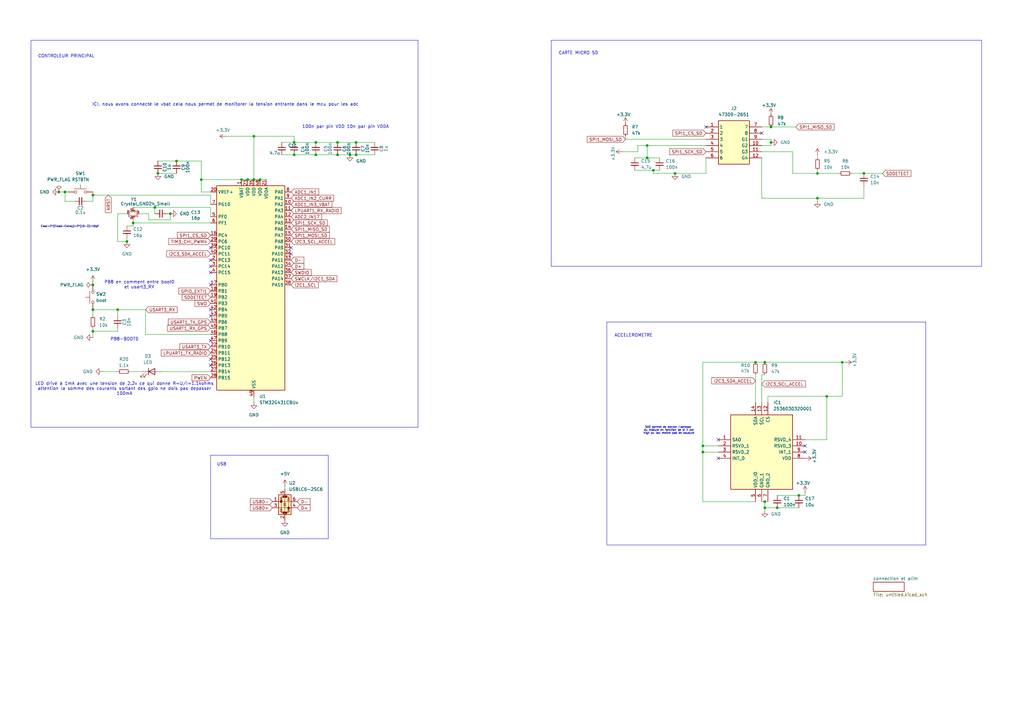
<source format=kicad_sch>
(kicad_sch (version 20231120) (generator "eeschema") (generator_version "8.0")
  (paper "A3")
  (lib_symbols
    (symbol "Device:C_Small" (pin_numbers hide) (pin_names (offset 0.254) hide)
      (property "Reference" "C" (at 0.254 1.778 0))
      (property "Value" "C_Small" (at 0.254 -2.032 0))
      (symbol "C_Small_0_1"
        (polyline (pts (xy -1.524 -0.508) (xy 1.524 -0.508)) (stroke (width 0.3302)))
        (polyline (pts (xy -1.524 0.508) (xy 1.524 0.508)) (stroke (width 0.3048)))
      )
      (symbol "C_Small_1_1"
        (pin passive line (at 0 2.54 270) (length 2.032) (name "~") (number "1"))
        (pin passive line (at 0 -2.54 90) (length 2.032) (name "~") (number "2"))
      )
    )
    (symbol "Device:Crystal_GND24_Small" (pin_names (offset 1.016) hide)
      (property "Reference" "Y" (at 1.27 4.445 0))
      (property "Value" "Crystal_GND24_Small" (at 1.27 2.54 0))
      (symbol "Crystal_GND24_Small_0_1"
        (rectangle (start -0.762 -1.524) (end 0.762 1.524))
        (polyline (pts (xy -1.27 -0.762) (xy -1.27 0.762)) (stroke (width 0.381)))
        (polyline (pts (xy 1.27 -0.762) (xy 1.27 0.762)) (stroke (width 0.381)))
        (polyline (pts (xy -1.27 -1.27) (xy -1.27 -1.905) (xy 1.27 -1.905) (xy 1.27 -1.27)))
        (polyline (pts (xy -1.27 1.27) (xy -1.27 1.905) (xy 1.27 1.905) (xy 1.27 1.27)))
      )
      (symbol "Crystal_GND24_Small_1_1"
        (pin passive line (at -2.54 0 0) (length 1.27) (name "1") (number "1"))
        (pin passive line (at 0 -2.54 90) (length 0.635) (name "2") (number "2"))
        (pin passive line (at 2.54 0 180) (length 1.27) (name "3") (number "3"))
        (pin passive line (at 0 2.54 270) (length 0.635) (name "4") (number "4"))
      )
    )
    (symbol "Device:LED" (pin_numbers hide) (pin_names (offset 1.016) hide)
      (property "Reference" "D" (at 0 2.54 0))
      (property "Value" "LED" (at 0 -2.54 0))
      (symbol "LED_0_1"
        (polyline (pts (xy -1.27 -1.27) (xy -1.27 1.27)) (stroke (width 0.254)))
        (polyline (pts (xy -1.27 0) (xy 1.27 0)))
        (polyline (pts (xy 1.27 -1.27) (xy 1.27 1.27) (xy -1.27 0) (xy 1.27 -1.27)) (stroke (width 0.254)))
        (polyline (pts (xy -3.048 -0.762) (xy -4.572 -2.286) (xy -3.81 -2.286) (xy -4.572 -2.286) (xy -4.572 -1.524)))
        (polyline (pts (xy -1.778 -0.762) (xy -3.302 -2.286) (xy -2.54 -2.286) (xy -3.302 -2.286) (xy -3.302 -1.524)))
      )
      (symbol "LED_1_1"
        (pin passive line (at -3.81 0 0) (length 2.54) (name "K") (number "1"))
        (pin passive line (at 3.81 0 180) (length 2.54) (name "A") (number "2"))
      )
    )
    (symbol "Device:R_Small" (pin_numbers hide) (pin_names (offset 0.254) hide)
      (property "Reference" "R" (at 0.762 0.508 0))
      (property "Value" "R_Small" (at 0.762 -1.016 0))
      (symbol "R_Small_0_1"
        (rectangle (start -0.762 1.778) (end 0.762 -1.778) (stroke (width 0.2032)))
      )
      (symbol "R_Small_1_1"
        (pin passive line (at 0 2.54 270) (length 0.762) (name "~") (number "1"))
        (pin passive line (at 0 -2.54 90) (length 0.762) (name "~") (number "2"))
      )
    )
    (symbol "MCU_ST_STM32G4:STM32G431CBUx"
      (property "Reference" "U" (at -12.7 44.45 0))
      (property "Value" "STM32G431CBUx" (at 10.16 44.45 0))
      (symbol "STM32G431CBUx_0_1"
        (rectangle (start -12.7 -40.64) (end 15.24 43.18) (stroke (width 0.254)) (fill (type background)))
      )
      (symbol "STM32G431CBUx_1_1"
        (pin power_in line (at -2.54 45.72 270) (length 2.54) (name "VBAT") (number "1"))
        (pin bidirectional line (at 17.78 35.56 180) (length 2.54) (name "PA2") (number "10"))
        (pin bidirectional line (at 17.78 33.02 180) (length 2.54) (name "PA3") (number "11"))
        (pin bidirectional line (at 17.78 30.48 180) (length 2.54) (name "PA4") (number "12"))
        (pin bidirectional line (at 17.78 27.94 180) (length 2.54) (name "PA5") (number "13"))
        (pin bidirectional line (at 17.78 25.4 180) (length 2.54) (name "PA6") (number "14"))
        (pin bidirectional line (at 17.78 22.86 180) (length 2.54) (name "PA7") (number "15"))
        (pin bidirectional line (at -15.24 22.86 0) (length 2.54) (name "PC4") (number "16"))
        (pin bidirectional line (at -15.24 2.54 0) (length 2.54) (name "PB0") (number "17"))
        (pin bidirectional line (at -15.24 0 0) (length 2.54) (name "PB1") (number "18"))
        (pin bidirectional line (at -15.24 -2.54 0) (length 2.54) (name "PB2") (number "19"))
        (pin bidirectional line (at -15.24 12.7 0) (length 2.54) (name "PC13") (number "2"))
        (pin input line (at -15.24 40.64 0) (length 2.54) (name "VREF+") (number "20"))
        (pin power_in line (at 7.62 45.72 270) (length 2.54) (name "VDDA") (number "21"))
        (pin bidirectional line (at -15.24 -22.86 0) (length 2.54) (name "PB10") (number "22"))
        (pin power_in line (at 0 45.72 270) (length 2.54) (name "VDD") (number "23"))
        (pin bidirectional line (at -15.24 -25.4 0) (length 2.54) (name "PB11") (number "24"))
        (pin bidirectional line (at -15.24 -27.94 0) (length 2.54) (name "PB12") (number "25"))
        (pin bidirectional line (at -15.24 -30.48 0) (length 2.54) (name "PB13") (number "26"))
        (pin bidirectional line (at -15.24 -33.02 0) (length 2.54) (name "PB14") (number "27"))
        (pin bidirectional line (at -15.24 -35.56 0) (length 2.54) (name "PB15") (number "28"))
        (pin bidirectional line (at -15.24 20.32 0) (length 2.54) (name "PC6") (number "29"))
        (pin bidirectional line (at -15.24 10.16 0) (length 2.54) (name "PC14") (number "3"))
        (pin bidirectional line (at 17.78 20.32 180) (length 2.54) (name "PA8") (number "30"))
        (pin bidirectional line (at 17.78 17.78 180) (length 2.54) (name "PA9") (number "31"))
        (pin bidirectional line (at 17.78 15.24 180) (length 2.54) (name "PA10") (number "32"))
        (pin bidirectional line (at 17.78 12.7 180) (length 2.54) (name "PA11") (number "33"))
        (pin bidirectional line (at 17.78 10.16 180) (length 2.54) (name "PA12") (number "34"))
        (pin power_in line (at 2.54 45.72 270) (length 2.54) (name "VDD") (number "35"))
        (pin bidirectional line (at 17.78 7.62 180) (length 2.54) (name "PA13") (number "36"))
        (pin bidirectional line (at 17.78 5.08 180) (length 2.54) (name "PA14") (number "37"))
        (pin bidirectional line (at 17.78 2.54 180) (length 2.54) (name "PA15") (number "38"))
        (pin bidirectional line (at -15.24 17.78 0) (length 2.54) (name "PC10") (number "39"))
        (pin bidirectional line (at -15.24 7.62 0) (length 2.54) (name "PC15") (number "4"))
        (pin bidirectional line (at -15.24 15.24 0) (length 2.54) (name "PC11") (number "40"))
        (pin bidirectional line (at -15.24 -5.08 0) (length 2.54) (name "PB3") (number "41"))
        (pin bidirectional line (at -15.24 -7.62 0) (length 2.54) (name "PB4") (number "42"))
        (pin bidirectional line (at -15.24 -10.16 0) (length 2.54) (name "PB5") (number "43"))
        (pin bidirectional line (at -15.24 -12.7 0) (length 2.54) (name "PB6") (number "44"))
        (pin bidirectional line (at -15.24 -15.24 0) (length 2.54) (name "PB7") (number "45"))
        (pin bidirectional line (at -15.24 -17.78 0) (length 2.54) (name "PB8") (number "46"))
        (pin bidirectional line (at -15.24 -20.32 0) (length 2.54) (name "PB9") (number "47"))
        (pin power_in line (at 5.08 45.72 270) (length 2.54) (name "VDD") (number "48"))
        (pin power_in line (at 2.54 -43.18 90) (length 2.54) (name "VSS") (number "49"))
        (pin bidirectional line (at -15.24 30.48 0) (length 2.54) (name "PF0") (number "5"))
        (pin bidirectional line (at -15.24 27.94 0) (length 2.54) (name "PF1") (number "6"))
        (pin bidirectional line (at -15.24 35.56 0) (length 2.54) (name "PG10") (number "7"))
        (pin bidirectional line (at 17.78 40.64 180) (length 2.54) (name "PA0") (number "8"))
        (pin bidirectional line (at 17.78 38.1 180) (length 2.54) (name "PA1") (number "9"))
      )
    )
    (symbol "Power_Protection:USBLC6-2SC6" (pin_names hide)
      (property "Reference" "U" (at 0.635 5.715 0))
      (property "Value" "USBLC6-2SC6" (at 0.635 3.81 0))
      (symbol "USBLC6-2SC6_0_0"
        (circle (center -1.524 0) (radius 0.0001) (stroke (width 0.508)))
        (circle (center -0.508 -4.572) (radius 0.0001) (stroke (width 0.508)))
        (circle (center -0.508 2.032) (radius 0.0001) (stroke (width 0.508)))
        (circle (center 0.508 -4.572) (radius 0.0001) (stroke (width 0.508)))
        (circle (center 0.508 2.032) (radius 0.0001) (stroke (width 0.508)))
        (circle (center 1.524 -2.54) (radius 0.0001) (stroke (width 0.508)))
      )
      (symbol "USBLC6-2SC6_0_1"
        (polyline (pts (xy -2.54 -2.54) (xy 2.54 -2.54)))
        (polyline (pts (xy -2.54 0) (xy 2.54 0)))
        (polyline (pts (xy -2.032 -3.048) (xy -1.016 -3.048)))
        (polyline (pts (xy -1.016 1.524) (xy -2.032 1.524)))
        (polyline (pts (xy 1.016 -3.048) (xy 2.032 -3.048)))
        (polyline (pts (xy 1.016 1.524) (xy 2.032 1.524)))
        (polyline (pts (xy -0.508 -1.143) (xy -0.508 -0.762) (xy 0.508 -0.762)))
        (polyline (pts (xy -2.032 0.508) (xy -1.016 0.508) (xy -1.524 1.524) (xy -2.032 0.508)))
        (polyline (pts (xy -1.016 -4.064) (xy -2.032 -4.064) (xy -1.524 -3.048) (xy -1.016 -4.064)))
        (polyline (pts (xy 0.508 -1.778) (xy -0.508 -1.778) (xy 0 -0.762) (xy 0.508 -1.778)))
        (polyline (pts (xy 2.032 -4.064) (xy 1.016 -4.064) (xy 1.524 -3.048) (xy 2.032 -4.064)))
        (polyline (pts (xy 2.032 0.508) (xy 1.016 0.508) (xy 1.524 1.524) (xy 2.032 0.508)))
        (polyline (pts (xy 0 2.54) (xy -0.508 2.032) (xy 0.508 2.032) (xy 0 1.524) (xy 0 -4.064) (xy -0.508 -4.572) (xy 0.508 -4.572) (xy 0 -5.08)))
      )
      (symbol "USBLC6-2SC6_1_1"
        (rectangle (start -2.54 2.794) (end 2.54 -5.334) (stroke (width 0.254)) (fill (type background)))
        (polyline (pts (xy -0.508 2.032) (xy -1.524 2.032) (xy -1.524 -4.572) (xy -0.508 -4.572)))
        (polyline (pts (xy 0.508 -4.572) (xy 1.524 -4.572) (xy 1.524 2.032) (xy 0.508 2.032)))
        (pin passive line (at -5.08 0 0) (length 2.54) (name "I/O1") (number "1"))
        (pin passive line (at 0 -7.62 90) (length 2.54) (name "GND") (number "2"))
        (pin passive line (at -5.08 -2.54 0) (length 2.54) (name "I/O2") (number "3"))
        (pin passive line (at 5.08 -2.54 180) (length 2.54) (name "I/O2") (number "4"))
        (pin passive line (at 0 5.08 270) (length 2.54) (name "VBUS") (number "5"))
        (pin passive line (at 5.08 0 180) (length 2.54) (name "I/O1") (number "6"))
      )
    )
    (symbol "Switch:SW_Push" (pin_numbers hide) (pin_names (offset 1.016) hide)
      (property "Reference" "SW" (at 1.27 2.54 0))
      (property "Value" "SW_Push" (at 0 -1.524 0))
      (symbol "SW_Push_0_1"
        (circle (center -2.032 0) (radius 0.508))
        (polyline (pts (xy 0 1.27) (xy 0 3.048)))
        (polyline (pts (xy 2.54 1.27) (xy -2.54 1.27)))
        (circle (center 2.032 0) (radius 0.508))
        (pin passive line (at -5.08 0 0) (length 2.54) (name "1") (number "1"))
        (pin passive line (at 5.08 0 180) (length 2.54) (name "2") (number "2"))
      )
    )
    (symbol "WSEN-ISDS:2536030320001"
      (property "Reference" "IC" (at 31.75 15.24 0))
      (property "Value" "2536030320001" (at 31.75 12.7 0))
      (symbol "2536030320001_1_1"
        (rectangle (start 5.08 10.16) (end 30.48 -20.32) (stroke (width 0.254)) (fill (type background)))
        (pin passive line (at 0 0 0) (length 5.08) (name "SAO") (number "1"))
        (pin passive line (at 35.56 -2.54 180) (length 5.08) (name "RSVD_3") (number "10"))
        (pin passive line (at 35.56 0 180) (length 5.08) (name "RSVD_4") (number "11"))
        (pin passive line (at 20.32 15.24 270) (length 5.08) (name "CS") (number "12"))
        (pin passive line (at 17.78 15.24 270) (length 5.08) (name "SCL") (number "13"))
        (pin passive line (at 15.24 15.24 270) (length 5.08) (name "SDA") (number "14"))
        (pin passive line (at 0 -2.54 0) (length 5.08) (name "RSVD_1") (number "2"))
        (pin passive line (at 0 -5.08 0) (length 5.08) (name "RSVD_2") (number "3"))
        (pin passive line (at 0 -7.62 0) (length 5.08) (name "INT_0") (number "4"))
        (pin passive line (at 15.24 -25.4 90) (length 5.08) (name "VDD_IO") (number "5"))
        (pin passive line (at 17.78 -25.4 90) (length 5.08) (name "GND_1") (number "6"))
        (pin passive line (at 20.32 -25.4 90) (length 5.08) (name "GND_2") (number "7"))
        (pin passive line (at 35.56 -7.62 180) (length 5.08) (name "VDD") (number "8"))
        (pin passive line (at 35.56 -5.08 180) (length 5.08) (name "INT_1") (number "9"))
      )
    )
    (symbol "molex 47309-2651:47309-2651"
      (property "Reference" "J" (at 19.05 7.62 0))
      (property "Value" "47309-2651" (at 19.05 5.08 0))
      (symbol "47309-2651_1_1"
        (rectangle (start 5.08 2.54) (end 17.78 -15.24) (stroke (width 0.254)) (fill (type background)))
        (pin passive line (at 0 0 0) (length 5.08) (name "1") (number "1"))
        (pin passive line (at 22.86 -7.62 180) (length 5.08) (name "G2") (number "10"))
        (pin passive line (at 22.86 -10.16 180) (length 5.08) (name "G3") (number "11"))
        (pin passive line (at 22.86 -12.7 180) (length 5.08) (name "G4") (number "12"))
        (pin passive line (at 0 -2.54 0) (length 5.08) (name "2") (number "2"))
        (pin passive line (at 0 -5.08 0) (length 5.08) (name "3") (number "3"))
        (pin passive line (at 0 -7.62 0) (length 5.08) (name "4") (number "4"))
        (pin passive line (at 0 -10.16 0) (length 5.08) (name "5") (number "5"))
        (pin passive line (at 0 -12.7 0) (length 5.08) (name "6") (number "6"))
        (pin passive line (at 22.86 0 180) (length 5.08) (name "7") (number "7"))
        (pin passive line (at 22.86 -2.54 180) (length 5.08) (name "8") (number "8"))
        (pin passive line (at 22.86 -5.08 180) (length 5.08) (name "G1") (number "9"))
      )
    )
    (symbol "power:+3.3V" (power) (pin_numbers hide) (pin_names (offset 0) hide)
      (property "Value" "+3.3V" (at 0 3.556 0))
      (symbol "+3.3V_0_1"
        (polyline (pts (xy -0.762 1.27) (xy 0 2.54)))
        (polyline (pts (xy 0 0) (xy 0 2.54)))
        (polyline (pts (xy 0 2.54) (xy 0.762 1.27)))
      )
      (symbol "+3.3V_1_1"
        (pin power_in line (at 0 0 90) (length 0) (name "~") (number "1"))
      )
    )
    (symbol "power:+5V" (power) (pin_numbers hide) (pin_names (offset 0) hide)
      (property "Value" "+5V" (at 0 3.556 0))
      (symbol "+5V_0_1"
        (polyline (pts (xy -0.762 1.27) (xy 0 2.54)))
        (polyline (pts (xy 0 0) (xy 0 2.54)))
        (polyline (pts (xy 0 2.54) (xy 0.762 1.27)))
      )
      (symbol "+5V_1_1"
        (pin power_in line (at 0 0 90) (length 0) (name "~") (number "1"))
      )
    )
    (symbol "power:GND" (power) (pin_numbers hide) (pin_names (offset 0) hide)
      (property "Value" "GND" (at 0 -3.81 0))
      (symbol "GND_0_1"
        (polyline (pts (xy 0 0) (xy 0 -1.27) (xy 1.27 -1.27) (xy 0 -2.54) (xy -1.27 -1.27) (xy 0 -1.27)))
      )
      (symbol "GND_1_1"
        (pin power_in line (at 0 0 270) (length 0) (name "~") (number "1"))
      )
    )
    (symbol "power:PWR_FLAG" (power) (pin_numbers hide) (pin_names (offset 0) hide)
      (property "Value" "PWR_FLAG" (at 0 3.81 0))
      (symbol "PWR_FLAG_0_0"
        (pin power_out line (at 0 0 90) (length 0) (name "~") (number "1"))
      )
      (symbol "PWR_FLAG_0_1"
        (polyline (pts (xy 0 0) (xy 0 1.27) (xy -1.016 1.905) (xy 0 2.54) (xy 1.016 1.905) (xy 0 1.27)))
      )
    )
  )
  (junction (at 318.77 208.28))
  (junction (at 276.86 71.12))
  (junction (at 38.1 116.84))
  (junction (at 288.29 182.88))
  (junction (at 82.55 73.66))
  (junction (at 146.05 63.5))
  (junction (at 48.26 127))
  (junction (at 265.43 64.77))
  (junction (at 316.23 58.42))
  (junction (at 313.69 148.59))
  (junction (at 313.69 208.28))
  (junction (at 138.43 58.42))
  (junction (at 138.43 63.5))
  (junction (at 104.14 55.88))
  (junction (at 120.65 63.5))
  (junction (at 69.85 87.63))
  (junction (at 26.67 78.74))
  (junction (at 54.61 91.44))
  (junction (at 64.77 71.12))
  (junction (at 38.1 127))
  (junction (at 339.09 162.56))
  (junction (at 120.65 58.42))
  (junction (at 335.28 71.12))
  (junction (at 143.51 63.5))
  (junction (at 345.44 148.59))
  (junction (at 129.54 58.42))
  (junction (at 313.69 205.74))
  (junction (at 267.97 69.85))
  (junction (at 309.88 148.59))
  (junction (at 288.29 185.42))
  (junction (at 63.5 85.09))
  (junction (at 104.14 73.66))
  (junction (at 354.33 71.12))
  (junction (at 146.05 58.42))
  (junction (at 24.13 78.74))
  (junction (at 99.06 73.66))
  (junction (at 106.68 73.66))
  (junction (at 101.6 73.66))
  (junction (at 52.07 99.06))
  (junction (at 38.1 80.01))
  (junction (at 38.1 135.89))
  (junction (at 316.23 52.07))
  (junction (at 335.28 81.28))
  (junction (at 72.39 66.04))
  (junction (at 265.43 59.69))
  (junction (at 129.54 63.5))
  (junction (at 327.66 203.2))
  (no_connect (at 86.36 106.68))
  (no_connect (at 119.38 101.6))
  (no_connect (at 289.56 52.07))
  (no_connect (at 86.36 127))
  (no_connect (at 330.2 182.88))
  (no_connect (at 86.36 111.76))
  (no_connect (at 86.36 116.84))
  (no_connect (at 330.2 185.42))
  (no_connect (at 294.64 187.96))
  (no_connect (at 86.36 147.32))
  (no_connect (at 294.64 180.34))
  (no_connect (at 86.36 101.6))
  (no_connect (at 86.36 149.86))
  (no_connect (at 86.36 109.22))
  (no_connect (at 86.36 139.7))
  (no_connect (at 119.38 104.14))
  (no_connect (at 86.36 129.54))
  (no_connect (at 312.42 54.61))
  (wire (pts (xy 48.26 99.06) (xy 52.07 99.06)))
  (wire (pts (xy 60.96 90.17) (xy 69.85 90.17)))
  (wire (pts (xy 313.69 205.74) (xy 313.69 208.28)))
  (wire (pts (xy 129.54 63.5) (xy 138.43 63.5)))
  (wire (pts (xy 106.68 73.66) (xy 109.22 73.66)))
  (wire (pts (xy 60.96 87.63) (xy 60.96 90.17)))
  (wire (pts (xy 69.85 90.17) (xy 69.85 87.63)))
  (wire (pts (xy 138.43 63.5) (xy 143.51 63.5)))
  (wire (pts (xy 38.1 135.89) (xy 38.1 138.43)))
  (wire (pts (xy 335.28 71.12) (xy 344.17 71.12)))
  (wire (pts (xy 339.09 162.56) (xy 345.44 162.56)))
  (wire (pts (xy 115.57 63.5) (xy 120.65 63.5)))
  (wire (pts (xy 313.69 208.28) (xy 318.77 208.28)))
  (wire (pts (xy 26.67 78.74) (xy 27.94 78.74)))
  (wire (pts (xy 288.29 185.42) (xy 288.29 182.88)))
  (wire (pts (xy 327.66 203.2) (xy 330.2 203.2)))
  (wire (pts (xy 330.2 201.93) (xy 330.2 203.2)))
  (wire (pts (xy 86.36 85.09) (xy 86.36 88.9)))
  (wire (pts (xy 101.6 73.66) (xy 104.14 73.66)))
  (wire (pts (xy 64.77 71.12) (xy 72.39 71.12)))
  (wire (pts (xy 86.36 78.74) (xy 82.55 78.74)))
  (wire (pts (xy 120.65 55.88) (xy 120.65 58.42)))
  (wire (pts (xy 115.57 58.42) (xy 120.65 58.42)))
  (wire (pts (xy 35.56 82.55) (xy 38.1 82.55)))
  (wire (pts (xy 312.42 153.67) (xy 313.69 153.67)))
  (wire (pts (xy 53.34 152.4) (xy 58.42 152.4)))
  (wire (pts (xy 325.12 62.23) (xy 325.12 71.12)))
  (wire (pts (xy 335.28 81.28) (xy 335.28 82.55)))
  (wire (pts (xy 38.1 80.01) (xy 38.1 82.55)))
  (wire (pts (xy 261.62 62.23) (xy 261.62 59.69)))
  (wire (pts (xy 63.5 85.09) (xy 63.5 87.63)))
  (wire (pts (xy 57.15 87.63) (xy 60.96 87.63)))
  (wire (pts (xy 26.67 82.55) (xy 26.67 78.74)))
  (wire (pts (xy 52.07 97.79) (xy 52.07 99.06)))
  (wire (pts (xy 54.61 91.44) (xy 86.36 91.44)))
  (wire (pts (xy 288.29 185.42) (xy 294.64 185.42)))
  (wire (pts (xy 38.1 80.01) (xy 86.36 80.01)))
  (wire (pts (xy 288.29 182.88) (xy 294.64 182.88)))
  (wire (pts (xy 99.06 73.66) (xy 101.6 73.66)))
  (wire (pts (xy 312.42 205.74) (xy 313.69 205.74)))
  (wire (pts (xy 59.69 127) (xy 48.26 127)))
  (wire (pts (xy 313.69 205.74) (xy 314.96 205.74)))
  (wire (pts (xy 325.12 71.12) (xy 335.28 71.12)))
  (wire (pts (xy 330.2 180.34) (xy 339.09 180.34)))
  (wire (pts (xy 104.14 162.56) (xy 104.14 165.1)))
  (wire (pts (xy 316.23 58.42) (xy 316.23 57.15)))
  (wire (pts (xy 316.23 59.69) (xy 316.23 58.42)))
  (wire (pts (xy 104.14 73.66) (xy 106.68 73.66)))
  (wire (pts (xy 38.1 134.62) (xy 38.1 135.89)))
  (wire (pts (xy 86.36 137.16) (xy 59.69 137.16)))
  (wire (pts (xy 288.29 148.59) (xy 309.88 148.59)))
  (wire (pts (xy 316.23 52.07) (xy 312.42 52.07)))
  (wire (pts (xy 64.77 66.04) (xy 72.39 66.04)))
  (wire (pts (xy 52.07 92.71) (xy 54.61 92.71)))
  (wire (pts (xy 48.26 135.89) (xy 38.1 135.89)))
  (wire (pts (xy 256.54 57.15) (xy 256.54 55.88)))
  (wire (pts (xy 256.54 57.15) (xy 289.56 57.15)))
  (wire (pts (xy 312.42 81.28) (xy 312.42 64.77)))
  (wire (pts (xy 339.09 180.34) (xy 339.09 162.56)))
  (wire (pts (xy 120.65 63.5) (xy 129.54 63.5)))
  (wire (pts (xy 104.14 55.88) (xy 120.65 55.88)))
  (wire (pts (xy 318.77 203.2) (xy 327.66 203.2)))
  (wire (pts (xy 54.61 91.44) (xy 54.61 90.17)))
  (wire (pts (xy 267.97 69.85) (xy 270.51 69.85)))
  (wire (pts (xy 146.05 58.42) (xy 153.67 58.42)))
  (wire (pts (xy 68.58 87.63) (xy 69.85 87.63)))
  (wire (pts (xy 313.69 208.28) (xy 313.69 209.55)))
  (wire (pts (xy 349.25 71.12) (xy 354.33 71.12)))
  (wire (pts (xy 54.61 85.09) (xy 63.5 85.09)))
  (wire (pts (xy 312.42 165.1) (xy 312.42 153.67)))
  (wire (pts (xy 63.5 85.09) (xy 86.36 85.09)))
  (wire (pts (xy 335.28 63.5) (xy 335.28 64.77)))
  (wire (pts (xy 82.55 73.66) (xy 99.06 73.66)))
  (wire (pts (xy 314.96 162.56) (xy 339.09 162.56)))
  (wire (pts (xy 345.44 148.59) (xy 346.71 148.59)))
  (wire (pts (xy 312.42 59.69) (xy 316.23 59.69)))
  (wire (pts (xy 313.69 148.59) (xy 345.44 148.59)))
  (wire (pts (xy 66.04 152.4) (xy 86.36 152.4)))
  (wire (pts (xy 82.55 78.74) (xy 82.55 73.66)))
  (wire (pts (xy 345.44 162.56) (xy 345.44 148.59)))
  (wire (pts (xy 24.13 78.74) (xy 26.67 78.74)))
  (wire (pts (xy 82.55 66.04) (xy 72.39 66.04)))
  (wire (pts (xy 309.88 148.59) (xy 313.69 148.59)))
  (wire (pts (xy 38.1 78.74) (xy 38.1 80.01)))
  (wire (pts (xy 260.35 69.85) (xy 267.97 69.85)))
  (wire (pts (xy 289.56 71.12) (xy 276.86 71.12)))
  (wire (pts (xy 59.69 137.16) (xy 59.69 127)))
  (wire (pts (xy 335.28 81.28) (xy 312.42 81.28)))
  (wire (pts (xy 30.48 82.55) (xy 26.67 82.55)))
  (wire (pts (xy 289.56 59.69) (xy 265.43 59.69)))
  (wire (pts (xy 354.33 81.28) (xy 335.28 81.28)))
  (wire (pts (xy 38.1 127) (xy 48.26 127)))
  (wire (pts (xy 52.07 87.63) (xy 48.26 87.63)))
  (wire (pts (xy 267.97 71.12) (xy 267.97 69.85)))
  (wire (pts (xy 116.84 200.66) (xy 116.84 199.39)))
  (wire (pts (xy 354.33 71.12) (xy 361.95 71.12)))
  (wire (pts (xy 138.43 58.42) (xy 146.05 58.42)))
  (wire (pts (xy 261.62 59.69) (xy 265.43 59.69)))
  (wire (pts (xy 41.91 152.4) (xy 48.26 152.4)))
  (wire (pts (xy 143.51 63.5) (xy 146.05 63.5)))
  (wire (pts (xy 276.86 71.12) (xy 267.97 71.12)))
  (wire (pts (xy 48.26 134.62) (xy 48.26 135.89)))
  (wire (pts (xy 86.36 80.01) (xy 86.36 83.82)))
  (wire (pts (xy 146.05 63.5) (xy 153.67 63.5)))
  (wire (pts (xy 335.28 69.85) (xy 335.28 71.12)))
  (wire (pts (xy 48.26 127) (xy 48.26 129.54)))
  (wire (pts (xy 82.55 73.66) (xy 82.55 66.04)))
  (wire (pts (xy 129.54 58.42) (xy 138.43 58.42)))
  (wire (pts (xy 318.77 208.28) (xy 327.66 208.28)))
  (wire (pts (xy 316.23 57.15) (xy 312.42 57.15)))
  (wire (pts (xy 104.14 55.88) (xy 104.14 73.66)))
  (wire (pts (xy 92.71 55.88) (xy 104.14 55.88)))
  (wire (pts (xy 312.42 62.23) (xy 325.12 62.23)))
  (wire (pts (xy 54.61 92.71) (xy 54.61 91.44)))
  (wire (pts (xy 38.1 129.54) (xy 38.1 127)))
  (wire (pts (xy 314.96 165.1) (xy 314.96 162.56)))
  (wire (pts (xy 38.1 115.57) (xy 38.1 116.84)))
  (wire (pts (xy 289.56 64.77) (xy 289.56 71.12)))
  (wire (pts (xy 326.39 52.07) (xy 316.23 52.07)))
  (wire (pts (xy 265.43 64.77) (xy 270.51 64.77)))
  (wire (pts (xy 255.27 62.23) (xy 261.62 62.23)))
  (wire (pts (xy 265.43 59.69) (xy 265.43 64.77)))
  (wire (pts (xy 48.26 87.63) (xy 48.26 99.06)))
  (wire (pts (xy 288.29 185.42) (xy 288.29 205.74)))
  (wire (pts (xy 260.35 64.77) (xy 265.43 64.77)))
  (wire (pts (xy 309.88 205.74) (xy 288.29 205.74)))
  (wire (pts (xy 288.29 182.88) (xy 288.29 148.59)))
  (wire (pts (xy 309.88 153.67) (xy 309.88 165.1)))
  (wire (pts (xy 120.65 58.42) (xy 129.54 58.42)))
  (wire (pts (xy 354.33 76.2) (xy 354.33 81.28)))
  (rectangle (start 86.36 186.69) (end 134.62 220.98))
  (rectangle (start 248.92 132.08) (end 379.73 223.52))
  (rectangle (start 12.7 16.51) (end 171.45 175.26))
  (rectangle (start 226.06 16.51) (end 402.59 109.22))
  (text "USB" (at 90.932 190.5 0) (effects (font (size 1.27 1.27))))
  (text "Cosc=2*(Cload-Cstray)=2*(10-2)=16pF\n" (at 28.702 92.964 0) (effects (font (size 0.762 0.762))))
  (text "PB8 en comment entre boot0\net usart3_RX" (at 57.15 116.84 0) (effects (font (size 1.27 1.27))))
  (text "PB8-BOOT0" (at 51.054 139.192 0) (effects (font (size 1.27 1.27))))
  (text "LED drivé à 1mA avec une tension de 2.2v ce qui donne R=U/I=1.1kohms\nattention la somme des courants sortant des gpio ne dois pas depasser\n100mA" (at 51.054 159.512 0) (effects (font (size 1.27 1.27))))
  (text "CONTROLEUR PRINCIPAL" (at 27.178 23.114 0) (effects (font (size 1.27 1.27))))
  (text "CARTE MICRO SD" (at 237.236 21.844 0) (effects (font (size 1.27 1.27))))
  (text "SAO permet de donner l'adresse\n du module en fonction de si il est\n high ou low mettre pad de soudure" (at 274.066 176.53 0) (effects (font (size 0.762 0.762))))
  (text "ICI, nous avons connecté le vbat cela nous permet de monitorer la tension entrante dans le mcu pour les adc" (at 92.456 42.926 0) (effects (font (size 1.27 1.27))))
  (text "100n par pin VDD 10n par pin VDDA" (at 141.732 52.07 0) (effects (font (size 1.27 1.27))))
  (text "ACCELEROMETRE" (at 259.842 137.668 0) (effects (font (size 1.27 1.27))))
  (global_label "D+" (shape input) (at 119.38 109.22 0) (property "Intersheetrefs" "${INTERSHEET_REFS}" (effects (hide yes))))
  (global_label "D+" (shape input) (at 121.92 208.28 0) (property "Intersheetrefs" "${INTERSHEET_REFS}" (effects (hide yes))))
  (global_label "SWO" (shape input) (at 86.36 124.46 180) (property "Intersheetrefs" "${INTERSHEET_REFS}" (effects (hide yes))))
  (global_label "SPI1_CS_SD" (shape input) (at 86.36 96.52 180) (property "Intersheetrefs" "${INTERSHEET_REFS}" (effects (hide yes))))
  (global_label "USART1_TX_GPS" (shape input) (at 86.36 132.08 180) (property "Intersheetrefs" "${INTERSHEET_REFS}" (effects (hide yes))))
  (global_label "SPI1_MOSI_SD" (shape input) (at 256.54 57.15 180) (property "Intersheetrefs" "${INTERSHEET_REFS}" (effects (hide yes))))
  (global_label "LPUART1_RX_RADIO" (shape input) (at 119.38 86.36 0) (property "Intersheetrefs" "${INTERSHEET_REFS}" (effects (hide yes))))
  (global_label "I2C1_SCL" (shape input) (at 119.38 116.84 0) (property "Intersheetrefs" "${INTERSHEET_REFS}" (effects (hide yes))))
  (global_label "I2C3_SDA_ACCEL" (shape input) (at 309.88 156.21 180) (property "Intersheetrefs" "${INTERSHEET_REFS}" (effects (hide yes))))
  (global_label "SPI1_SCK_SD" (shape input) (at 289.56 62.23 180) (property "Intersheetrefs" "${INTERSHEET_REFS}" (effects (hide yes))))
  (global_label "ADC1_IN3_VBAT" (shape input) (at 119.38 83.82 0) (property "Intersheetrefs" "${INTERSHEET_REFS}" (effects (hide yes))))
  (global_label "I2C3_SCL_ACCEL" (shape input) (at 119.38 99.06 0) (property "Intersheetrefs" "${INTERSHEET_REFS}" (effects (hide yes))))
  (global_label "SWCLK{slash}I2C1_SDA" (shape input) (at 119.38 114.3 0) (property "Intersheetrefs" "${INTERSHEET_REFS}" (effects (hide yes))))
  (global_label "SPI1_MISO_SD" (shape input) (at 326.39 52.07 0) (property "Intersheetrefs" "${INTERSHEET_REFS}" (effects (hide yes))))
  (global_label "USART1_RX_GPS" (shape input) (at 86.36 134.62 180) (property "Intersheetrefs" "${INTERSHEET_REFS}" (effects (hide yes))))
  (global_label "SPI1_MISO_SD" (shape input) (at 119.38 93.98 0) (property "Intersheetrefs" "${INTERSHEET_REFS}" (effects (hide yes))))
  (global_label "I2C3_SDA_ACCEL" (shape input) (at 86.36 104.14 180) (property "Intersheetrefs" "${INTERSHEET_REFS}" (effects (hide yes))))
  (global_label "D-" (shape input) (at 121.92 205.74 0) (property "Intersheetrefs" "${INTERSHEET_REFS}" (effects (hide yes))))
  (global_label "ADC1_IN1" (shape input) (at 119.38 78.74 0) (property "Intersheetrefs" "${INTERSHEET_REFS}" (effects (hide yes))))
  (global_label "USBD+" (shape input) (at 111.76 208.28 180) (property "Intersheetrefs" "${INTERSHEET_REFS}" (effects (hide yes))))
  (global_label "SDDETECT" (shape input) (at 86.36 121.92 180) (property "Intersheetrefs" "${INTERSHEET_REFS}" (effects (hide yes))))
  (global_label "I2C3_SCL_ACCEL" (shape input) (at 312.42 157.48 0) (property "Intersheetrefs" "${INTERSHEET_REFS}" (effects (hide yes))))
  (global_label "TIM3_CHI_PWM4" (shape input) (at 86.36 99.06 180) (property "Intersheetrefs" "${INTERSHEET_REFS}" (effects (hide yes))))
  (global_label "NRST" (shape input) (at 44.45 80.01 270) (property "Intersheetrefs" "${INTERSHEET_REFS}" (effects (hide yes))))
  (global_label "SPI1_SCK_SD" (shape input) (at 119.38 91.44 0) (property "Intersheetrefs" "${INTERSHEET_REFS}" (effects (hide yes))))
  (global_label "SDDETECT" (shape input) (at 361.95 71.12 0) (property "Intersheetrefs" "${INTERSHEET_REFS}" (effects (hide yes))))
  (global_label "USART3_TX" (shape input) (at 86.36 142.24 180) (property "Intersheetrefs" "${INTERSHEET_REFS}" (effects (hide yes))))
  (global_label "SWDIO" (shape input) (at 119.38 111.76 0) (property "Intersheetrefs" "${INTERSHEET_REFS}" (effects (hide yes))))
  (global_label "GPIO_EXTI1" (shape input) (at 86.36 119.38 180) (property "Intersheetrefs" "${INTERSHEET_REFS}" (effects (hide yes))))
  (global_label "D-" (shape input) (at 119.38 106.68 0) (property "Intersheetrefs" "${INTERSHEET_REFS}" (effects (hide yes))))
  (global_label "ADC2_IN17" (shape input) (at 119.38 88.9 0) (property "Intersheetrefs" "${INTERSHEET_REFS}" (effects (hide yes))))
  (global_label "USBD-" (shape input) (at 111.76 205.74 180) (property "Intersheetrefs" "${INTERSHEET_REFS}" (effects (hide yes))))
  (global_label "SPI1_MOSI_SD" (shape input) (at 119.38 96.52 0) (property "Intersheetrefs" "${INTERSHEET_REFS}" (effects (hide yes))))
  (global_label "ADC1_IN2_CURR" (shape input) (at 119.38 81.28 0) (property "Intersheetrefs" "${INTERSHEET_REFS}" (effects (hide yes))))
  (global_label "LPUART1_TX_RADIO" (shape input) (at 86.36 144.78 180) (property "Intersheetrefs" "${INTERSHEET_REFS}" (effects (hide yes))))
  (global_label "USART3_RX" (shape input) (at 59.69 127 0) (property "Intersheetrefs" "${INTERSHEET_REFS}" (effects (hide yes))))
  (global_label "PWEN" (shape input) (at 86.36 154.94 180) (property "Intersheetrefs" "${INTERSHEET_REFS}" (effects (hide yes))))
  (global_label "SPI1_CS_SD" (shape input) (at 289.56 54.61 180) (property "Intersheetrefs" "${INTERSHEET_REFS}" (effects (hide yes))))
  (symbol (lib_id "power:GND") (at 52.07 99.06 0) (unit 1)
    (property "Reference" "#PWR012" (effects (hide yes)))
    (property "Value" "GND" (at 52.07 104.14 0))
    (property "Description" "Power symbol creates a global label with name \"GND\" , ground" (effects (hide yes)))
  )
  (symbol (lib_id "power:GND") (at 116.84 213.36 0) (unit 1)
    (property "Reference" "#PWR06" (effects (hide yes)))
    (property "Value" "GND" (at 116.84 218.44 0))
    (property "Description" "Power symbol creates a global label with name \"GND\" , ground" (effects (hide yes)))
  )
  (symbol (lib_id "Power_Protection:USBLC6-2SC6") (at 116.84 205.74 0) (unit 1)
    (property "Reference" "U2" (at 118.4911 198.12 0) (effects (justify left)))
    (property "Value" "USBLC6-2SC6" (at 118.4911 200.66 0) (effects (justify left)))
    (property "Footprint" "Package_TO_SOT_SMD:SOT-23-6" (effects (hide yes)))
    (property "Datasheet" "https://www.st.com/resource/en/datasheet/usblc6-2.pdf" (effects (hide yes)))
    (property "Description" "Very low capacitance ESD protection diode, 2 data-line, SOT-23-6" (effects (hide yes)))
  )
  (symbol (lib_id "power:PWR_FLAG") (at 38.1 116.84 90) (unit 1)
    (property "Reference" "#FLG02" (effects (hide yes)))
    (property "Value" "PWR_FLAG" (at 34.29 116.8399 90) (effects (justify left)))
    (property "Description" "Special symbol for telling ERC where power comes from" (effects (hide yes)))
  )
  (symbol (lib_id "Device:R_Small") (at 309.88 151.13 180) (unit 1)
    (property "Reference" "R10" (at 303.784 149.86 0) (effects (justify right)))
    (property "Value" "47k" (at 303.784 152.146 0) (effects (justify right)))
    (property "Footprint" "Resistor_SMD:R_0402_1005Metric_Pad0.72x0.64mm_HandSolder" (effects (hide yes)))
    (property "Description" "Resistor, small symbol" (effects (hide yes)))
  )
  (symbol (lib_id "power:+3.3V") (at 255.27 62.23 90) (unit 1)
    (property "Reference" "#PWR016" (effects (hide yes)))
    (property "Value" "+3.3V" (at 251.46 66.04 0) (effects (justify left)))
    (property "Description" "Power symbol creates a global label with name \"+3.3V\"" (effects (hide yes)))
  )
  (symbol (lib_id "molex 47309-2651:47309-2651") (at 289.56 52.07 0) (unit 1)
    (property "Reference" "J2" (at 300.99 44.45 0))
    (property "Value" "47309-2651" (at 300.99 46.99 0))
    (property "Footprint" "molexmicrosd:47309-2651" (effects (hide yes)))
    (property "Datasheet" "http://www.molex.com/webdocs/datasheets/pdf/en-us//0473092651_MEMORY_CARD_SOCKET.pdf" (effects (hide yes)))
    (property "Description" "1 Micro SD Detect switch 2.65mm height" (effects (hide yes)))
    (property "Manufacturer_Name" "Molex" (effects (hide yes)))
    (property "Manufacturer_Part_Number" "47309-2651" (effects (hide yes)))
  )
  (symbol (lib_id "Device:C_Small") (at 66.04 87.63 270) (unit 1)
    (property "Reference" "C13" (at 80.264 87.122 90))
    (property "Value" "16p" (at 80.264 89.408 90))
    (property "Footprint" "Capacitor_SMD:C_0402_1005Metric_Pad0.74x0.62mm_HandSolder" (effects (hide yes)))
    (property "Description" "Unpolarized capacitor, small symbol" (effects (hide yes)))
  )
  (symbol (lib_id "Device:C_Small") (at 129.54 60.96 180) (unit 1)
    (property "Reference" "C5" (at 133.604 60.96 90))
    (property "Value" "100n" (at 135.382 60.96 90))
    (property "Footprint" "Capacitor_SMD:C_0402_1005Metric_Pad0.74x0.62mm_HandSolder" (effects (hide yes)))
    (property "Description" "Unpolarized capacitor, small symbol" (effects (hide yes)))
  )
  (symbol (lib_id "Device:C_Small") (at 52.07 95.25 0) (unit 1)
    (property "Reference" "C12" (at 54.61 93.9862 0) (effects (justify left)))
    (property "Value" "16p" (at 54.61 96.5262 0) (effects (justify left)))
    (property "Footprint" "Capacitor_SMD:C_0402_1005Metric_Pad0.74x0.62mm_HandSolder" (effects (hide yes)))
    (property "Description" "Unpolarized capacitor, small symbol" (effects (hide yes)))
  )
  (symbol (lib_id "WSEN-ISDS:2536030320001") (at 294.64 180.34 0) (unit 1)
    (property "Reference" "IC1" (at 317.1541 165.1 0) (effects (justify left)))
    (property "Value" "2536030320001" (at 317.1541 167.64 0) (effects (justify left)))
    (property "Footprint" "WSEN-ISDS:2536030320001" (effects (hide yes)))
    (property "Datasheet" "https://www.we-online.com/components/products/datasheet/2536030320001.pdf" (effects (hide yes)))
    (property "Description" "IMUs - Inertial Measurement Units WSEN-ISDS IMU 6-axis (Inertial measurement unit) +/-16g, +/-2000 dps,-40 +/- 85C" (effects (hide yes)))
    (property "Height" "0.86" (effects (hide yes)))
    (property "Manufacturer_Name" "Wurth Elektronik" (effects (hide yes)))
    (property "Manufacturer_Part_Number" "2536030320001" (effects (hide yes)))
    (property "Mouser Part Number" "710-2536030320001" (effects (hide yes)))
    (property "Mouser Price/Stock" "https://www.mouser.co.uk/ProductDetail/Wurth-Elektronik/2536030320001?qs=ulEaXIWI0c9qLb0BLguFyA%3D%3D" (effects (hide yes)))
  )
  (symbol (lib_id "Device:C_Small") (at 72.39 68.58 180) (unit 1)
    (property "Reference" "C9" (at 75.184 68.58 90))
    (property "Value" "100n" (at 76.962 68.58 90))
    (property "Footprint" "Capacitor_SMD:C_0402_1005Metric_Pad0.74x0.62mm_HandSolder" (effects (hide yes)))
    (property "Description" "Unpolarized capacitor, small symbol" (effects (hide yes)))
  )
  (symbol (lib_id "power:GND") (at 69.85 87.63 90) (unit 1)
    (property "Reference" "#PWR011" (effects (hide yes)))
    (property "Value" "GND" (at 73.66 87.6299 90) (effects (justify right)))
    (property "Description" "Power symbol creates a global label with name \"GND\" , ground" (effects (hide yes)))
  )
  (symbol (lib_id "power:+3.3V") (at 256.54 50.8 0) (unit 1)
    (property "Reference" "#PWR017" (effects (hide yes)))
    (property "Value" "+3.3V" (at 252.73 46.99 0) (effects (justify left)))
    (property "Description" "Power symbol creates a global label with name \"+3.3V\"" (effects (hide yes)))
  )
  (symbol (lib_id "Device:R_Small") (at 38.1 132.08 0) (unit 1)
    (property "Reference" "R2" (at 40.64 130.8099 0) (effects (justify left)))
    (property "Value" "10k" (at 40.64 133.3499 0) (effects (justify left)))
    (property "Footprint" "Resistor_SMD:R_0402_1005Metric_Pad0.72x0.64mm_HandSolder" (effects (hide yes)))
    (property "Description" "Resistor, small symbol" (effects (hide yes)))
  )
  (symbol (lib_id "power:PWR_FLAG") (at 24.13 78.74 0) (unit 1)
    (property "Reference" "#FLG01" (effects (hide yes)))
    (property "Value" "PWR_FLAG" (at 24.13 73.66 0))
    (property "Description" "Special symbol for telling ERC where power comes from" (effects (hide yes)))
  )
  (symbol (lib_id "Device:C_Small") (at 138.43 60.96 180) (unit 1)
    (property "Reference" "C6" (at 141.224 60.96 90))
    (property "Value" "100n" (at 143.002 60.96 90))
    (property "Footprint" "Capacitor_SMD:C_0402_1005Metric_Pad0.74x0.62mm_HandSolder" (effects (hide yes)))
    (property "Description" "Unpolarized capacitor, small symbol" (effects (hide yes)))
  )
  (symbol (lib_id "Device:C_Small") (at 64.77 68.58 180) (unit 1)
    (property "Reference" "C10" (at 67.564 68.58 90))
    (property "Value" "1u" (at 69.342 68.58 90))
    (property "Footprint" "Capacitor_SMD:C_0402_1005Metric_Pad0.74x0.62mm_HandSolder" (effects (hide yes)))
    (property "Description" "Unpolarized capacitor, small symbol" (effects (hide yes)))
  )
  (symbol (lib_id "power:GND") (at 276.86 71.12 0) (unit 1)
    (property "Reference" "#PWR019" (effects (hide yes)))
    (property "Value" "GND" (at 279.4 72.3899 0) (effects (justify left)))
    (property "Description" "Power symbol creates a global label with name \"GND\" , ground" (effects (hide yes)))
  )
  (symbol (lib_id "Device:C_Small") (at 120.65 60.96 180) (unit 1)
    (property "Reference" "C4" (at 124.206 61.214 90))
    (property "Value" "100n" (at 125.984 60.96 90))
    (property "Footprint" "Capacitor_SMD:C_0402_1005Metric_Pad0.74x0.62mm_HandSolder" (effects (hide yes)))
    (property "Description" "Unpolarized capacitor, small symbol" (effects (hide yes)))
  )
  (symbol (lib_id "Switch:SW_Push") (at 38.1 121.92 90) (unit 1)
    (property "Reference" "SW2" (at 39.37 120.6499 90) (effects (justify right)))
    (property "Value" "boot" (at 39.37 123.1899 90) (effects (justify right)))
    (property "Footprint" "KXT3:SW_KXT3" (effects (hide yes)))
    (property "Description" "Push button switch, generic, two pins" (effects (hide yes)))
  )
  (symbol (lib_id "Device:C_Small") (at 153.67 60.96 180) (unit 1)
    (property "Reference" "C8" (at 156.464 60.96 90))
    (property "Value" "1u" (at 158.242 60.96 90))
    (property "Footprint" "Capacitor_SMD:C_0402_1005Metric_Pad0.74x0.62mm_HandSolder" (effects (hide yes)))
    (property "Description" "Unpolarized capacitor, small symbol" (effects (hide yes)))
  )
  (symbol (lib_id "power:+3.3V") (at 330.2 201.93 0) (unit 1)
    (property "Reference" "#PWR022" (effects (hide yes)))
    (property "Value" "+3.3V" (at 326.39 198.12 0) (effects (justify left)))
    (property "Description" "Power symbol creates a global label with name \"+3.3V\"" (effects (hide yes)))
  )
  (symbol (lib_id "power:GND") (at 316.23 58.42 90) (unit 1)
    (property "Reference" "#PWR015" (effects (hide yes)))
    (property "Value" "GND" (at 320.04 58.4199 90) (effects (justify right)))
    (property "Description" "Power symbol creates a global label with name \"GND\" , ground" (effects (hide yes)))
  )
  (symbol (lib_id "Device:R_Small") (at 313.69 151.13 0) (unit 1)
    (property "Reference" "R9" (at 316.23 149.8599 0) (effects (justify left)))
    (property "Value" "47k" (at 316.23 152.3999 0) (effects (justify left)))
    (property "Footprint" "Resistor_SMD:R_0402_1005Metric_Pad0.72x0.64mm_HandSolder" (effects (hide yes)))
    (property "Description" "Resistor, small symbol" (effects (hide yes)))
  )
  (symbol (lib_id "power:+3.3V") (at 330.2 187.96 270) (unit 1)
    (property "Reference" "#PWR023" (effects (hide yes)))
    (property "Value" "+3.3V" (at 334.01 184.15 0) (effects (justify left)))
    (property "Description" "Power symbol creates a global label with name \"+3.3V\"" (effects (hide yes)))
  )
  (symbol (lib_id "power:+3.3V") (at 92.71 55.88 90) (unit 1)
    (property "Reference" "#PWR07" (effects (hide yes)))
    (property "Value" "+3.3V" (at 91.44 53.34 90))
    (property "Description" "Power symbol creates a global label with name \"+3.3V\"" (effects (hide yes)))
  )
  (symbol (lib_id "Switch:SW_Push") (at 33.02 78.74 0) (unit 1)
    (property "Reference" "SW1" (at 33.02 71.12 0))
    (property "Value" "RSTBTN" (at 33.02 73.66 0))
    (property "Footprint" "KXT3:SW_KXT3" (effects (hide yes)))
    (property "Description" "Push button switch, generic, two pins" (effects (hide yes)))
  )
  (symbol (lib_id "Device:C_Small") (at 354.33 73.66 0) (unit 1)
    (property "Reference" "C14" (at 356.87 72.3962 0) (effects (justify left)))
    (property "Value" "10n" (at 356.87 74.9362 0) (effects (justify left)))
    (property "Footprint" "Capacitor_SMD:C_0402_1005Metric_Pad0.74x0.62mm_HandSolder" (effects (hide yes)))
    (property "Description" "Unpolarized capacitor, small symbol" (effects (hide yes)))
  )
  (symbol (lib_id "Device:C_Small") (at 48.26 132.08 180) (unit 1)
    (property "Reference" "C3" (at 51.054 132.08 90))
    (property "Value" "10n" (at 52.832 132.08 90))
    (property "Footprint" "Capacitor_SMD:C_0402_1005Metric_Pad0.74x0.62mm_HandSolder" (effects (hide yes)))
    (property "Description" "Unpolarized capacitor, small symbol" (effects (hide yes)))
  )
  (symbol (lib_id "power:+3.3V") (at 316.23 46.99 0) (unit 1)
    (property "Reference" "#PWR018" (effects (hide yes)))
    (property "Value" "+3.3V" (at 312.42 43.18 0) (effects (justify left)))
    (property "Description" "Power symbol creates a global label with name \"+3.3V\"" (effects (hide yes)))
  )
  (symbol (lib_id "Device:C_Small") (at 33.02 82.55 90) (unit 1)
    (property "Reference" "C2" (at 33.02 85.344 90))
    (property "Value" "0.1u" (at 33.02 87.122 90))
    (property "Footprint" "Capacitor_SMD:C_0402_1005Metric_Pad0.74x0.62mm_HandSolder" (effects (hide yes)))
    (property "Description" "Unpolarized capacitor, small symbol" (effects (hide yes)))
  )
  (symbol (lib_id "power:GND") (at 313.69 209.55 0) (unit 1)
    (property "Reference" "#PWR021" (effects (hide yes)))
    (property "Value" "GND" (at 316.23 210.8199 0) (effects (justify left)))
    (property "Description" "Power symbol creates a global label with name \"GND\" , ground" (effects (hide yes)))
  )
  (symbol (lib_id "power:+3.3V") (at 346.71 148.59 270) (unit 1)
    (property "Reference" "#PWR020" (effects (hide yes)))
    (property "Value" "+3.3V" (at 350.52 144.78 0) (effects (justify left)))
    (property "Description" "Power symbol creates a global label with name \"+3.3V\"" (effects (hide yes)))
  )
  (symbol (lib_id "power:+5V") (at 116.84 199.39 0) (unit 1)
    (property "Reference" "#PWR031" (effects (hide yes)))
    (property "Value" "+5V" (at 116.84 194.31 0))
    (property "Description" "Power symbol creates a global label with name \"+5V\"" (effects (hide yes)))
  )
  (symbol (lib_id "power:+3.3V") (at 335.28 63.5 0) (unit 1)
    (property "Reference" "#PWR013" (effects (hide yes)))
    (property "Value" "+3.3V" (at 337.82 62.2299 0) (effects (justify left)))
    (property "Description" "Power symbol creates a global label with name \"+3.3V\"" (effects (hide yes)))
  )
  (symbol (lib_id "MCU_ST_STM32G4:STM32G431CBUx") (at 101.6 119.38 0) (unit 1)
    (property "Reference" "U1" (at 106.3341 162.56 0) (effects (justify left)))
    (property "Value" "STM32G431CBUx" (at 106.3341 165.1 0) (effects (justify left)))
    (property "Footprint" "Package_DFN_QFN:QFN-48-1EP_7x7mm_P0.5mm_EP5.6x5.6mm" (effects (hide yes)))
    (property "Datasheet" "https://www.st.com/resource/en/datasheet/stm32g431cb.pdf" (effects (hide yes)))
    (property "Description" "STMicroelectronics Arm Cortex-M4 MCU, 128KB flash, 32KB RAM, 170 MHz, 1.71-3.6V, 42 GPIO, UFQFPN48" (effects (hide yes)))
  )
  (symbol (lib_id "Device:C_Small") (at 260.35 67.31 0) (unit 1)
    (property "Reference" "C15" (at 262.89 66.0462 0) (effects (justify left)))
    (property "Value" "4.7u" (at 262.89 68.5862 0) (effects (justify left)))
    (property "Footprint" "Capacitor_SMD:C_0402_1005Metric_Pad0.74x0.62mm_HandSolder" (effects (hide yes)))
    (property "Description" "Unpolarized capacitor, small symbol" (effects (hide yes)))
  )
  (symbol (lib_id "Device:R_Small") (at 335.28 67.31 0) (unit 1)
    (property "Reference" "R5" (at 337.82 66.0399 0) (effects (justify left)))
    (property "Value" "10k" (at 337.82 68.5799 0) (effects (justify left)))
    (property "Footprint" "Resistor_SMD:R_0402_1005Metric_Pad0.72x0.64mm_HandSolder" (effects (hide yes)))
    (property "Description" "Resistor, small symbol" (effects (hide yes)))
  )
  (symbol (lib_id "Device:R_Small") (at 316.23 49.53 0) (unit 1)
    (property "Reference" "R8" (at 318.77 48.2599 0) (effects (justify left)))
    (property "Value" "47k" (at 318.77 50.7999 0) (effects (justify left)))
    (property "Footprint" "Resistor_SMD:R_0402_1005Metric_Pad0.72x0.64mm_HandSolder" (effects (hide yes)))
    (property "Description" "Resistor, small symbol" (effects (hide yes)))
  )
  (symbol (lib_id "power:+3.3V") (at 38.1 115.57 0) (unit 1)
    (property "Reference" "#PWR03" (effects (hide yes)))
    (property "Value" "+3.3V" (at 38.1 110.49 0))
    (property "Description" "Power symbol creates a global label with name \"+3.3V\"" (effects (hide yes)))
  )
  (symbol (lib_id "power:GND") (at 64.77 71.12 0) (unit 1)
    (property "Reference" "#PWR09" (effects (hide yes)))
    (property "Value" "GND" (at 67.31 72.3899 0) (effects (justify left)))
    (property "Description" "Power symbol creates a global label with name \"GND\" , ground" (effects (hide yes)))
  )
  (symbol (lib_id "Device:C_Small") (at 318.77 205.74 0) (unit 1)
    (property "Reference" "C1" (at 321.31 204.4762 0) (effects (justify left)))
    (property "Value" "100n" (at 321.31 207.0162 0) (effects (justify left)))
    (property "Footprint" "Capacitor_SMD:C_0402_1005Metric_Pad0.74x0.62mm_HandSolder" (effects (hide yes)))
    (property "Description" "Unpolarized capacitor, small symbol" (effects (hide yes)))
  )
  (symbol (lib_id "power:GND") (at 335.28 82.55 0) (unit 1)
    (property "Reference" "#PWR014" (effects (hide yes)))
    (property "Value" "GND" (at 337.82 83.8199 0) (effects (justify left)))
    (property "Description" "Power symbol creates a global label with name \"GND\" , ground" (effects (hide yes)))
  )
  (symbol (lib_id "Device:LED") (at 62.23 152.4 0) (unit 1)
    (property "Reference" "D3" (at 60.6425 146.05 0))
    (property "Value" "LED" (at 60.6425 148.59 0))
    (property "Footprint" "LED_SMD:LED_0603_1608Metric_Pad1.05x0.95mm_HandSolder" (effects (hide yes)))
    (property "Description" "Light emitting diode" (effects (hide yes)))
  )
  (symbol (lib_id "power:GND") (at 24.13 78.74 270) (unit 1)
    (property "Reference" "#PWR01" (effects (hide yes)))
    (property "Value" "GND" (at 20.32 78.7399 90) (effects (justify right)))
    (property "Description" "Power symbol creates a global label with name \"GND\" , ground" (effects (hide yes)))
  )
  (symbol (lib_id "power:GND") (at 41.91 152.4 270) (unit 1)
    (property "Reference" "#PWR030" (effects (hide yes)))
    (property "Value" "GND" (at 38.1 152.3999 90) (effects (justify right)))
    (property "Description" "Power symbol creates a global label with name \"GND\" , ground" (effects (hide yes)))
  )
  (symbol (lib_id "power:GND") (at 143.51 63.5 0) (unit 1)
    (property "Reference" "#PWR08" (effects (hide yes)))
    (property "Value" "GND" (at 146.05 66.04 0) (effects (justify left)))
    (property "Description" "Power symbol creates a global label with name \"GND\" , ground" (effects (hide yes)))
  )
  (symbol (lib_id "Device:C_Small") (at 146.05 60.96 180) (unit 1)
    (property "Reference" "C7" (at 148.844 60.96 90))
    (property "Value" "10n" (at 150.622 60.96 90))
    (property "Footprint" "Capacitor_SMD:C_0402_1005Metric_Pad0.74x0.62mm_HandSolder" (effects (hide yes)))
    (property "Description" "Unpolarized capacitor, small symbol" (effects (hide yes)))
  )
  (symbol (lib_id "Device:R_Small") (at 50.8 152.4 90) (unit 1)
    (property "Reference" "R20" (at 50.8 147.32 90))
    (property "Value" "1.1k" (at 50.8 149.86 90))
    (property "Footprint" "Resistor_SMD:R_0402_1005Metric_Pad0.72x0.64mm_HandSolder" (effects (hide yes)))
    (property "Description" "Resistor, small symbol" (effects (hide yes)))
  )
  (symbol (lib_id "power:GND") (at 38.1 138.43 270) (unit 1)
    (property "Reference" "#PWR02" (effects (hide yes)))
    (property "Value" "GND" (at 34.29 138.4299 90) (effects (justify right)))
    (property "Description" "Power symbol creates a global label with name \"GND\" , ground" (effects (hide yes)))
  )
  (symbol (lib_id "Device:R_Small") (at 346.71 71.12 90) (unit 1)
    (property "Reference" "R6" (at 346.71 66.04 90))
    (property "Value" "10k" (at 346.71 68.58 90))
    (property "Footprint" "Resistor_SMD:R_0402_1005Metric_Pad0.72x0.64mm_HandSolder" (effects (hide yes)))
    (property "Description" "Resistor, small symbol" (effects (hide yes)))
  )
  (symbol (lib_id "power:GND") (at 104.14 165.1 0) (unit 1)
    (property "Reference" "#PWR010" (effects (hide yes)))
    (property "Value" "GND" (at 104.14 170.18 0))
    (property "Description" "Power symbol creates a global label with name \"GND\" , ground" (effects (hide yes)))
  )
  (symbol (lib_id "Device:C_Small") (at 270.51 67.31 0) (unit 1)
    (property "Reference" "C16" (at 273.05 66.0462 0) (effects (justify left)))
    (property "Value" "100n" (at 273.05 68.5862 0) (effects (justify left)))
    (property "Footprint" "Capacitor_SMD:C_0402_1005Metric_Pad0.74x0.62mm_HandSolder" (effects (hide yes)))
    (property "Description" "Unpolarized capacitor, small symbol" (effects (hide yes)))
  )
  (symbol (lib_id "Device:R_Small") (at 256.54 53.34 0) (unit 1)
    (property "Reference" "R7" (at 259.08 52.0699 0) (effects (justify left)))
    (property "Value" "47k" (at 259.08 54.6099 0) (effects (justify left)))
    (property "Footprint" "Resistor_SMD:R_0402_1005Metric_Pad0.72x0.64mm_HandSolder" (effects (hide yes)))
    (property "Description" "Resistor, small symbol" (effects (hide yes)))
  )
  (symbol (lib_id "Device:C_Small") (at 115.57 60.96 0) (unit 1)
    (property "Reference" "C11" (at 118.11 59.6962 0) (effects (justify left)))
    (property "Value" "4.7u" (at 110.49 62.738 0) (effects (justify left)))
    (property "Footprint" "Capacitor_SMD:C_0402_1005Metric_Pad0.74x0.62mm_HandSolder" (effects (hide yes)))
    (property "Description" "Unpolarized capacitor, small symbol" (effects (hide yes)))
  )
  (symbol (lib_id "Device:C_Small") (at 327.66 205.74 0) (unit 1)
    (property "Reference" "C17" (at 330.2 204.4762 0) (effects (justify left)))
    (property "Value" "10u" (at 330.2 207.0162 0) (effects (justify left)))
    (property "Footprint" "Capacitor_SMD:C_0402_1005Metric_Pad0.74x0.62mm_HandSolder" (effects (hide yes)))
    (property "Description" "Unpolarized capacitor, small symbol" (effects (hide yes)))
  )
  (symbol (lib_id "Device:Crystal_GND24_Small") (at 54.61 87.63 270) (unit 1)
    (property "Reference" "Y1" (at 54.864 81.788 90))
    (property "Value" "Crystal_GND24_Small" (at 59.69 83.566 90))
    (property "Footprint" "crystalmulticomp:MCSJK7U1200101080B10" (effects (hide yes)))
    (property "Description" "Four pin crystal, GND on pins 2 and 4, small symbol" (effects (hide yes)))
  )
  (sheet (at 358.14 238.76) (size 12.7 3.81) (stroke (width 0.1524))
    (property "Sheetname" "connection et alim" (at 358.14 238.0484 0) (effects (justify left bottom)))
    (property "Sheetfile" "untitled.kicad_sch" (at 358.14 243.1546 0) (effects (justify left top)))
  )
)
</source>
